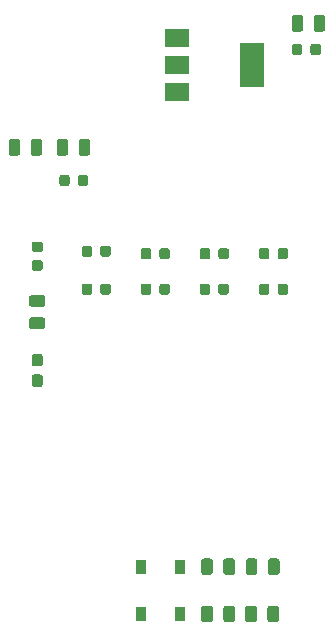
<source format=gbr>
G04 #@! TF.GenerationSoftware,KiCad,Pcbnew,(5.1.5-0-10_14)*
G04 #@! TF.CreationDate,2020-09-28T20:16:59+02:00*
G04 #@! TF.ProjectId,max_power,6d61785f-706f-4776-9572-2e6b69636164,rev?*
G04 #@! TF.SameCoordinates,Original*
G04 #@! TF.FileFunction,Paste,Top*
G04 #@! TF.FilePolarity,Positive*
%FSLAX46Y46*%
G04 Gerber Fmt 4.6, Leading zero omitted, Abs format (unit mm)*
G04 Created by KiCad (PCBNEW (5.1.5-0-10_14)) date 2020-09-28 20:16:59*
%MOMM*%
%LPD*%
G04 APERTURE LIST*
%ADD10C,0.100000*%
%ADD11R,0.900000X1.200000*%
%ADD12R,2.000000X3.800000*%
%ADD13R,2.000000X1.500000*%
G04 APERTURE END LIST*
D10*
G36*
X62642642Y-82801174D02*
G01*
X62666303Y-82804684D01*
X62689507Y-82810496D01*
X62712029Y-82818554D01*
X62733653Y-82828782D01*
X62754170Y-82841079D01*
X62773383Y-82855329D01*
X62791107Y-82871393D01*
X62807171Y-82889117D01*
X62821421Y-82908330D01*
X62833718Y-82928847D01*
X62843946Y-82950471D01*
X62852004Y-82972993D01*
X62857816Y-82996197D01*
X62861326Y-83019858D01*
X62862500Y-83043750D01*
X62862500Y-83956250D01*
X62861326Y-83980142D01*
X62857816Y-84003803D01*
X62852004Y-84027007D01*
X62843946Y-84049529D01*
X62833718Y-84071153D01*
X62821421Y-84091670D01*
X62807171Y-84110883D01*
X62791107Y-84128607D01*
X62773383Y-84144671D01*
X62754170Y-84158921D01*
X62733653Y-84171218D01*
X62712029Y-84181446D01*
X62689507Y-84189504D01*
X62666303Y-84195316D01*
X62642642Y-84198826D01*
X62618750Y-84200000D01*
X62131250Y-84200000D01*
X62107358Y-84198826D01*
X62083697Y-84195316D01*
X62060493Y-84189504D01*
X62037971Y-84181446D01*
X62016347Y-84171218D01*
X61995830Y-84158921D01*
X61976617Y-84144671D01*
X61958893Y-84128607D01*
X61942829Y-84110883D01*
X61928579Y-84091670D01*
X61916282Y-84071153D01*
X61906054Y-84049529D01*
X61897996Y-84027007D01*
X61892184Y-84003803D01*
X61888674Y-83980142D01*
X61887500Y-83956250D01*
X61887500Y-83043750D01*
X61888674Y-83019858D01*
X61892184Y-82996197D01*
X61897996Y-82972993D01*
X61906054Y-82950471D01*
X61916282Y-82928847D01*
X61928579Y-82908330D01*
X61942829Y-82889117D01*
X61958893Y-82871393D01*
X61976617Y-82855329D01*
X61995830Y-82841079D01*
X62016347Y-82828782D01*
X62037971Y-82818554D01*
X62060493Y-82810496D01*
X62083697Y-82804684D01*
X62107358Y-82801174D01*
X62131250Y-82800000D01*
X62618750Y-82800000D01*
X62642642Y-82801174D01*
G37*
G36*
X64517642Y-82801174D02*
G01*
X64541303Y-82804684D01*
X64564507Y-82810496D01*
X64587029Y-82818554D01*
X64608653Y-82828782D01*
X64629170Y-82841079D01*
X64648383Y-82855329D01*
X64666107Y-82871393D01*
X64682171Y-82889117D01*
X64696421Y-82908330D01*
X64708718Y-82928847D01*
X64718946Y-82950471D01*
X64727004Y-82972993D01*
X64732816Y-82996197D01*
X64736326Y-83019858D01*
X64737500Y-83043750D01*
X64737500Y-83956250D01*
X64736326Y-83980142D01*
X64732816Y-84003803D01*
X64727004Y-84027007D01*
X64718946Y-84049529D01*
X64708718Y-84071153D01*
X64696421Y-84091670D01*
X64682171Y-84110883D01*
X64666107Y-84128607D01*
X64648383Y-84144671D01*
X64629170Y-84158921D01*
X64608653Y-84171218D01*
X64587029Y-84181446D01*
X64564507Y-84189504D01*
X64541303Y-84195316D01*
X64517642Y-84198826D01*
X64493750Y-84200000D01*
X64006250Y-84200000D01*
X63982358Y-84198826D01*
X63958697Y-84195316D01*
X63935493Y-84189504D01*
X63912971Y-84181446D01*
X63891347Y-84171218D01*
X63870830Y-84158921D01*
X63851617Y-84144671D01*
X63833893Y-84128607D01*
X63817829Y-84110883D01*
X63803579Y-84091670D01*
X63791282Y-84071153D01*
X63781054Y-84049529D01*
X63772996Y-84027007D01*
X63767184Y-84003803D01*
X63763674Y-83980142D01*
X63762500Y-83956250D01*
X63762500Y-83043750D01*
X63763674Y-83019858D01*
X63767184Y-82996197D01*
X63772996Y-82972993D01*
X63781054Y-82950471D01*
X63791282Y-82928847D01*
X63803579Y-82908330D01*
X63817829Y-82889117D01*
X63833893Y-82871393D01*
X63851617Y-82855329D01*
X63870830Y-82841079D01*
X63891347Y-82828782D01*
X63912971Y-82818554D01*
X63935493Y-82810496D01*
X63958697Y-82804684D01*
X63982358Y-82801174D01*
X64006250Y-82800000D01*
X64493750Y-82800000D01*
X64517642Y-82801174D01*
G37*
G36*
X62642642Y-86801174D02*
G01*
X62666303Y-86804684D01*
X62689507Y-86810496D01*
X62712029Y-86818554D01*
X62733653Y-86828782D01*
X62754170Y-86841079D01*
X62773383Y-86855329D01*
X62791107Y-86871393D01*
X62807171Y-86889117D01*
X62821421Y-86908330D01*
X62833718Y-86928847D01*
X62843946Y-86950471D01*
X62852004Y-86972993D01*
X62857816Y-86996197D01*
X62861326Y-87019858D01*
X62862500Y-87043750D01*
X62862500Y-87956250D01*
X62861326Y-87980142D01*
X62857816Y-88003803D01*
X62852004Y-88027007D01*
X62843946Y-88049529D01*
X62833718Y-88071153D01*
X62821421Y-88091670D01*
X62807171Y-88110883D01*
X62791107Y-88128607D01*
X62773383Y-88144671D01*
X62754170Y-88158921D01*
X62733653Y-88171218D01*
X62712029Y-88181446D01*
X62689507Y-88189504D01*
X62666303Y-88195316D01*
X62642642Y-88198826D01*
X62618750Y-88200000D01*
X62131250Y-88200000D01*
X62107358Y-88198826D01*
X62083697Y-88195316D01*
X62060493Y-88189504D01*
X62037971Y-88181446D01*
X62016347Y-88171218D01*
X61995830Y-88158921D01*
X61976617Y-88144671D01*
X61958893Y-88128607D01*
X61942829Y-88110883D01*
X61928579Y-88091670D01*
X61916282Y-88071153D01*
X61906054Y-88049529D01*
X61897996Y-88027007D01*
X61892184Y-88003803D01*
X61888674Y-87980142D01*
X61887500Y-87956250D01*
X61887500Y-87043750D01*
X61888674Y-87019858D01*
X61892184Y-86996197D01*
X61897996Y-86972993D01*
X61906054Y-86950471D01*
X61916282Y-86928847D01*
X61928579Y-86908330D01*
X61942829Y-86889117D01*
X61958893Y-86871393D01*
X61976617Y-86855329D01*
X61995830Y-86841079D01*
X62016347Y-86828782D01*
X62037971Y-86818554D01*
X62060493Y-86810496D01*
X62083697Y-86804684D01*
X62107358Y-86801174D01*
X62131250Y-86800000D01*
X62618750Y-86800000D01*
X62642642Y-86801174D01*
G37*
G36*
X64517642Y-86801174D02*
G01*
X64541303Y-86804684D01*
X64564507Y-86810496D01*
X64587029Y-86818554D01*
X64608653Y-86828782D01*
X64629170Y-86841079D01*
X64648383Y-86855329D01*
X64666107Y-86871393D01*
X64682171Y-86889117D01*
X64696421Y-86908330D01*
X64708718Y-86928847D01*
X64718946Y-86950471D01*
X64727004Y-86972993D01*
X64732816Y-86996197D01*
X64736326Y-87019858D01*
X64737500Y-87043750D01*
X64737500Y-87956250D01*
X64736326Y-87980142D01*
X64732816Y-88003803D01*
X64727004Y-88027007D01*
X64718946Y-88049529D01*
X64708718Y-88071153D01*
X64696421Y-88091670D01*
X64682171Y-88110883D01*
X64666107Y-88128607D01*
X64648383Y-88144671D01*
X64629170Y-88158921D01*
X64608653Y-88171218D01*
X64587029Y-88181446D01*
X64564507Y-88189504D01*
X64541303Y-88195316D01*
X64517642Y-88198826D01*
X64493750Y-88200000D01*
X64006250Y-88200000D01*
X63982358Y-88198826D01*
X63958697Y-88195316D01*
X63935493Y-88189504D01*
X63912971Y-88181446D01*
X63891347Y-88171218D01*
X63870830Y-88158921D01*
X63851617Y-88144671D01*
X63833893Y-88128607D01*
X63817829Y-88110883D01*
X63803579Y-88091670D01*
X63791282Y-88071153D01*
X63781054Y-88049529D01*
X63772996Y-88027007D01*
X63767184Y-88003803D01*
X63763674Y-87980142D01*
X63762500Y-87956250D01*
X63762500Y-87043750D01*
X63763674Y-87019858D01*
X63767184Y-86996197D01*
X63772996Y-86972993D01*
X63781054Y-86950471D01*
X63791282Y-86928847D01*
X63803579Y-86908330D01*
X63817829Y-86889117D01*
X63833893Y-86871393D01*
X63851617Y-86855329D01*
X63870830Y-86841079D01*
X63891347Y-86828782D01*
X63912971Y-86818554D01*
X63935493Y-86810496D01*
X63958697Y-86804684D01*
X63982358Y-86801174D01*
X64006250Y-86800000D01*
X64493750Y-86800000D01*
X64517642Y-86801174D01*
G37*
G36*
X66367642Y-86801174D02*
G01*
X66391303Y-86804684D01*
X66414507Y-86810496D01*
X66437029Y-86818554D01*
X66458653Y-86828782D01*
X66479170Y-86841079D01*
X66498383Y-86855329D01*
X66516107Y-86871393D01*
X66532171Y-86889117D01*
X66546421Y-86908330D01*
X66558718Y-86928847D01*
X66568946Y-86950471D01*
X66577004Y-86972993D01*
X66582816Y-86996197D01*
X66586326Y-87019858D01*
X66587500Y-87043750D01*
X66587500Y-87956250D01*
X66586326Y-87980142D01*
X66582816Y-88003803D01*
X66577004Y-88027007D01*
X66568946Y-88049529D01*
X66558718Y-88071153D01*
X66546421Y-88091670D01*
X66532171Y-88110883D01*
X66516107Y-88128607D01*
X66498383Y-88144671D01*
X66479170Y-88158921D01*
X66458653Y-88171218D01*
X66437029Y-88181446D01*
X66414507Y-88189504D01*
X66391303Y-88195316D01*
X66367642Y-88198826D01*
X66343750Y-88200000D01*
X65856250Y-88200000D01*
X65832358Y-88198826D01*
X65808697Y-88195316D01*
X65785493Y-88189504D01*
X65762971Y-88181446D01*
X65741347Y-88171218D01*
X65720830Y-88158921D01*
X65701617Y-88144671D01*
X65683893Y-88128607D01*
X65667829Y-88110883D01*
X65653579Y-88091670D01*
X65641282Y-88071153D01*
X65631054Y-88049529D01*
X65622996Y-88027007D01*
X65617184Y-88003803D01*
X65613674Y-87980142D01*
X65612500Y-87956250D01*
X65612500Y-87043750D01*
X65613674Y-87019858D01*
X65617184Y-86996197D01*
X65622996Y-86972993D01*
X65631054Y-86950471D01*
X65641282Y-86928847D01*
X65653579Y-86908330D01*
X65667829Y-86889117D01*
X65683893Y-86871393D01*
X65701617Y-86855329D01*
X65720830Y-86841079D01*
X65741347Y-86828782D01*
X65762971Y-86818554D01*
X65785493Y-86810496D01*
X65808697Y-86804684D01*
X65832358Y-86801174D01*
X65856250Y-86800000D01*
X66343750Y-86800000D01*
X66367642Y-86801174D01*
G37*
G36*
X68242642Y-86801174D02*
G01*
X68266303Y-86804684D01*
X68289507Y-86810496D01*
X68312029Y-86818554D01*
X68333653Y-86828782D01*
X68354170Y-86841079D01*
X68373383Y-86855329D01*
X68391107Y-86871393D01*
X68407171Y-86889117D01*
X68421421Y-86908330D01*
X68433718Y-86928847D01*
X68443946Y-86950471D01*
X68452004Y-86972993D01*
X68457816Y-86996197D01*
X68461326Y-87019858D01*
X68462500Y-87043750D01*
X68462500Y-87956250D01*
X68461326Y-87980142D01*
X68457816Y-88003803D01*
X68452004Y-88027007D01*
X68443946Y-88049529D01*
X68433718Y-88071153D01*
X68421421Y-88091670D01*
X68407171Y-88110883D01*
X68391107Y-88128607D01*
X68373383Y-88144671D01*
X68354170Y-88158921D01*
X68333653Y-88171218D01*
X68312029Y-88181446D01*
X68289507Y-88189504D01*
X68266303Y-88195316D01*
X68242642Y-88198826D01*
X68218750Y-88200000D01*
X67731250Y-88200000D01*
X67707358Y-88198826D01*
X67683697Y-88195316D01*
X67660493Y-88189504D01*
X67637971Y-88181446D01*
X67616347Y-88171218D01*
X67595830Y-88158921D01*
X67576617Y-88144671D01*
X67558893Y-88128607D01*
X67542829Y-88110883D01*
X67528579Y-88091670D01*
X67516282Y-88071153D01*
X67506054Y-88049529D01*
X67497996Y-88027007D01*
X67492184Y-88003803D01*
X67488674Y-87980142D01*
X67487500Y-87956250D01*
X67487500Y-87043750D01*
X67488674Y-87019858D01*
X67492184Y-86996197D01*
X67497996Y-86972993D01*
X67506054Y-86950471D01*
X67516282Y-86928847D01*
X67528579Y-86908330D01*
X67542829Y-86889117D01*
X67558893Y-86871393D01*
X67576617Y-86855329D01*
X67595830Y-86841079D01*
X67616347Y-86828782D01*
X67637971Y-86818554D01*
X67660493Y-86810496D01*
X67683697Y-86804684D01*
X67707358Y-86801174D01*
X67731250Y-86800000D01*
X68218750Y-86800000D01*
X68242642Y-86801174D01*
G37*
G36*
X68305142Y-82801174D02*
G01*
X68328803Y-82804684D01*
X68352007Y-82810496D01*
X68374529Y-82818554D01*
X68396153Y-82828782D01*
X68416670Y-82841079D01*
X68435883Y-82855329D01*
X68453607Y-82871393D01*
X68469671Y-82889117D01*
X68483921Y-82908330D01*
X68496218Y-82928847D01*
X68506446Y-82950471D01*
X68514504Y-82972993D01*
X68520316Y-82996197D01*
X68523826Y-83019858D01*
X68525000Y-83043750D01*
X68525000Y-83956250D01*
X68523826Y-83980142D01*
X68520316Y-84003803D01*
X68514504Y-84027007D01*
X68506446Y-84049529D01*
X68496218Y-84071153D01*
X68483921Y-84091670D01*
X68469671Y-84110883D01*
X68453607Y-84128607D01*
X68435883Y-84144671D01*
X68416670Y-84158921D01*
X68396153Y-84171218D01*
X68374529Y-84181446D01*
X68352007Y-84189504D01*
X68328803Y-84195316D01*
X68305142Y-84198826D01*
X68281250Y-84200000D01*
X67793750Y-84200000D01*
X67769858Y-84198826D01*
X67746197Y-84195316D01*
X67722993Y-84189504D01*
X67700471Y-84181446D01*
X67678847Y-84171218D01*
X67658330Y-84158921D01*
X67639117Y-84144671D01*
X67621393Y-84128607D01*
X67605329Y-84110883D01*
X67591079Y-84091670D01*
X67578782Y-84071153D01*
X67568554Y-84049529D01*
X67560496Y-84027007D01*
X67554684Y-84003803D01*
X67551174Y-83980142D01*
X67550000Y-83956250D01*
X67550000Y-83043750D01*
X67551174Y-83019858D01*
X67554684Y-82996197D01*
X67560496Y-82972993D01*
X67568554Y-82950471D01*
X67578782Y-82928847D01*
X67591079Y-82908330D01*
X67605329Y-82889117D01*
X67621393Y-82871393D01*
X67639117Y-82855329D01*
X67658330Y-82841079D01*
X67678847Y-82828782D01*
X67700471Y-82818554D01*
X67722993Y-82810496D01*
X67746197Y-82804684D01*
X67769858Y-82801174D01*
X67793750Y-82800000D01*
X68281250Y-82800000D01*
X68305142Y-82801174D01*
G37*
G36*
X66430142Y-82801174D02*
G01*
X66453803Y-82804684D01*
X66477007Y-82810496D01*
X66499529Y-82818554D01*
X66521153Y-82828782D01*
X66541670Y-82841079D01*
X66560883Y-82855329D01*
X66578607Y-82871393D01*
X66594671Y-82889117D01*
X66608921Y-82908330D01*
X66621218Y-82928847D01*
X66631446Y-82950471D01*
X66639504Y-82972993D01*
X66645316Y-82996197D01*
X66648826Y-83019858D01*
X66650000Y-83043750D01*
X66650000Y-83956250D01*
X66648826Y-83980142D01*
X66645316Y-84003803D01*
X66639504Y-84027007D01*
X66631446Y-84049529D01*
X66621218Y-84071153D01*
X66608921Y-84091670D01*
X66594671Y-84110883D01*
X66578607Y-84128607D01*
X66560883Y-84144671D01*
X66541670Y-84158921D01*
X66521153Y-84171218D01*
X66499529Y-84181446D01*
X66477007Y-84189504D01*
X66453803Y-84195316D01*
X66430142Y-84198826D01*
X66406250Y-84200000D01*
X65918750Y-84200000D01*
X65894858Y-84198826D01*
X65871197Y-84195316D01*
X65847993Y-84189504D01*
X65825471Y-84181446D01*
X65803847Y-84171218D01*
X65783330Y-84158921D01*
X65764117Y-84144671D01*
X65746393Y-84128607D01*
X65730329Y-84110883D01*
X65716079Y-84091670D01*
X65703782Y-84071153D01*
X65693554Y-84049529D01*
X65685496Y-84027007D01*
X65679684Y-84003803D01*
X65676174Y-83980142D01*
X65675000Y-83956250D01*
X65675000Y-83043750D01*
X65676174Y-83019858D01*
X65679684Y-82996197D01*
X65685496Y-82972993D01*
X65693554Y-82950471D01*
X65703782Y-82928847D01*
X65716079Y-82908330D01*
X65730329Y-82889117D01*
X65746393Y-82871393D01*
X65764117Y-82855329D01*
X65783330Y-82841079D01*
X65803847Y-82828782D01*
X65825471Y-82818554D01*
X65847993Y-82810496D01*
X65871197Y-82804684D01*
X65894858Y-82801174D01*
X65918750Y-82800000D01*
X66406250Y-82800000D01*
X66430142Y-82801174D01*
G37*
G36*
X48480142Y-60513674D02*
G01*
X48503803Y-60517184D01*
X48527007Y-60522996D01*
X48549529Y-60531054D01*
X48571153Y-60541282D01*
X48591670Y-60553579D01*
X48610883Y-60567829D01*
X48628607Y-60583893D01*
X48644671Y-60601617D01*
X48658921Y-60620830D01*
X48671218Y-60641347D01*
X48681446Y-60662971D01*
X48689504Y-60685493D01*
X48695316Y-60708697D01*
X48698826Y-60732358D01*
X48700000Y-60756250D01*
X48700000Y-61243750D01*
X48698826Y-61267642D01*
X48695316Y-61291303D01*
X48689504Y-61314507D01*
X48681446Y-61337029D01*
X48671218Y-61358653D01*
X48658921Y-61379170D01*
X48644671Y-61398383D01*
X48628607Y-61416107D01*
X48610883Y-61432171D01*
X48591670Y-61446421D01*
X48571153Y-61458718D01*
X48549529Y-61468946D01*
X48527007Y-61477004D01*
X48503803Y-61482816D01*
X48480142Y-61486326D01*
X48456250Y-61487500D01*
X47543750Y-61487500D01*
X47519858Y-61486326D01*
X47496197Y-61482816D01*
X47472993Y-61477004D01*
X47450471Y-61468946D01*
X47428847Y-61458718D01*
X47408330Y-61446421D01*
X47389117Y-61432171D01*
X47371393Y-61416107D01*
X47355329Y-61398383D01*
X47341079Y-61379170D01*
X47328782Y-61358653D01*
X47318554Y-61337029D01*
X47310496Y-61314507D01*
X47304684Y-61291303D01*
X47301174Y-61267642D01*
X47300000Y-61243750D01*
X47300000Y-60756250D01*
X47301174Y-60732358D01*
X47304684Y-60708697D01*
X47310496Y-60685493D01*
X47318554Y-60662971D01*
X47328782Y-60641347D01*
X47341079Y-60620830D01*
X47355329Y-60601617D01*
X47371393Y-60583893D01*
X47389117Y-60567829D01*
X47408330Y-60553579D01*
X47428847Y-60541282D01*
X47450471Y-60531054D01*
X47472993Y-60522996D01*
X47496197Y-60517184D01*
X47519858Y-60513674D01*
X47543750Y-60512500D01*
X48456250Y-60512500D01*
X48480142Y-60513674D01*
G37*
G36*
X48480142Y-62388674D02*
G01*
X48503803Y-62392184D01*
X48527007Y-62397996D01*
X48549529Y-62406054D01*
X48571153Y-62416282D01*
X48591670Y-62428579D01*
X48610883Y-62442829D01*
X48628607Y-62458893D01*
X48644671Y-62476617D01*
X48658921Y-62495830D01*
X48671218Y-62516347D01*
X48681446Y-62537971D01*
X48689504Y-62560493D01*
X48695316Y-62583697D01*
X48698826Y-62607358D01*
X48700000Y-62631250D01*
X48700000Y-63118750D01*
X48698826Y-63142642D01*
X48695316Y-63166303D01*
X48689504Y-63189507D01*
X48681446Y-63212029D01*
X48671218Y-63233653D01*
X48658921Y-63254170D01*
X48644671Y-63273383D01*
X48628607Y-63291107D01*
X48610883Y-63307171D01*
X48591670Y-63321421D01*
X48571153Y-63333718D01*
X48549529Y-63343946D01*
X48527007Y-63352004D01*
X48503803Y-63357816D01*
X48480142Y-63361326D01*
X48456250Y-63362500D01*
X47543750Y-63362500D01*
X47519858Y-63361326D01*
X47496197Y-63357816D01*
X47472993Y-63352004D01*
X47450471Y-63343946D01*
X47428847Y-63333718D01*
X47408330Y-63321421D01*
X47389117Y-63307171D01*
X47371393Y-63291107D01*
X47355329Y-63273383D01*
X47341079Y-63254170D01*
X47328782Y-63233653D01*
X47318554Y-63212029D01*
X47310496Y-63189507D01*
X47304684Y-63166303D01*
X47301174Y-63142642D01*
X47300000Y-63118750D01*
X47300000Y-62631250D01*
X47301174Y-62607358D01*
X47304684Y-62583697D01*
X47310496Y-62560493D01*
X47318554Y-62537971D01*
X47328782Y-62516347D01*
X47341079Y-62495830D01*
X47355329Y-62476617D01*
X47371393Y-62458893D01*
X47389117Y-62442829D01*
X47408330Y-62428579D01*
X47428847Y-62416282D01*
X47450471Y-62406054D01*
X47472993Y-62397996D01*
X47496197Y-62392184D01*
X47519858Y-62388674D01*
X47543750Y-62387500D01*
X48456250Y-62387500D01*
X48480142Y-62388674D01*
G37*
G36*
X48205142Y-47301174D02*
G01*
X48228803Y-47304684D01*
X48252007Y-47310496D01*
X48274529Y-47318554D01*
X48296153Y-47328782D01*
X48316670Y-47341079D01*
X48335883Y-47355329D01*
X48353607Y-47371393D01*
X48369671Y-47389117D01*
X48383921Y-47408330D01*
X48396218Y-47428847D01*
X48406446Y-47450471D01*
X48414504Y-47472993D01*
X48420316Y-47496197D01*
X48423826Y-47519858D01*
X48425000Y-47543750D01*
X48425000Y-48456250D01*
X48423826Y-48480142D01*
X48420316Y-48503803D01*
X48414504Y-48527007D01*
X48406446Y-48549529D01*
X48396218Y-48571153D01*
X48383921Y-48591670D01*
X48369671Y-48610883D01*
X48353607Y-48628607D01*
X48335883Y-48644671D01*
X48316670Y-48658921D01*
X48296153Y-48671218D01*
X48274529Y-48681446D01*
X48252007Y-48689504D01*
X48228803Y-48695316D01*
X48205142Y-48698826D01*
X48181250Y-48700000D01*
X47693750Y-48700000D01*
X47669858Y-48698826D01*
X47646197Y-48695316D01*
X47622993Y-48689504D01*
X47600471Y-48681446D01*
X47578847Y-48671218D01*
X47558330Y-48658921D01*
X47539117Y-48644671D01*
X47521393Y-48628607D01*
X47505329Y-48610883D01*
X47491079Y-48591670D01*
X47478782Y-48571153D01*
X47468554Y-48549529D01*
X47460496Y-48527007D01*
X47454684Y-48503803D01*
X47451174Y-48480142D01*
X47450000Y-48456250D01*
X47450000Y-47543750D01*
X47451174Y-47519858D01*
X47454684Y-47496197D01*
X47460496Y-47472993D01*
X47468554Y-47450471D01*
X47478782Y-47428847D01*
X47491079Y-47408330D01*
X47505329Y-47389117D01*
X47521393Y-47371393D01*
X47539117Y-47355329D01*
X47558330Y-47341079D01*
X47578847Y-47328782D01*
X47600471Y-47318554D01*
X47622993Y-47310496D01*
X47646197Y-47304684D01*
X47669858Y-47301174D01*
X47693750Y-47300000D01*
X48181250Y-47300000D01*
X48205142Y-47301174D01*
G37*
G36*
X46330142Y-47301174D02*
G01*
X46353803Y-47304684D01*
X46377007Y-47310496D01*
X46399529Y-47318554D01*
X46421153Y-47328782D01*
X46441670Y-47341079D01*
X46460883Y-47355329D01*
X46478607Y-47371393D01*
X46494671Y-47389117D01*
X46508921Y-47408330D01*
X46521218Y-47428847D01*
X46531446Y-47450471D01*
X46539504Y-47472993D01*
X46545316Y-47496197D01*
X46548826Y-47519858D01*
X46550000Y-47543750D01*
X46550000Y-48456250D01*
X46548826Y-48480142D01*
X46545316Y-48503803D01*
X46539504Y-48527007D01*
X46531446Y-48549529D01*
X46521218Y-48571153D01*
X46508921Y-48591670D01*
X46494671Y-48610883D01*
X46478607Y-48628607D01*
X46460883Y-48644671D01*
X46441670Y-48658921D01*
X46421153Y-48671218D01*
X46399529Y-48681446D01*
X46377007Y-48689504D01*
X46353803Y-48695316D01*
X46330142Y-48698826D01*
X46306250Y-48700000D01*
X45818750Y-48700000D01*
X45794858Y-48698826D01*
X45771197Y-48695316D01*
X45747993Y-48689504D01*
X45725471Y-48681446D01*
X45703847Y-48671218D01*
X45683330Y-48658921D01*
X45664117Y-48644671D01*
X45646393Y-48628607D01*
X45630329Y-48610883D01*
X45616079Y-48591670D01*
X45603782Y-48571153D01*
X45593554Y-48549529D01*
X45585496Y-48527007D01*
X45579684Y-48503803D01*
X45576174Y-48480142D01*
X45575000Y-48456250D01*
X45575000Y-47543750D01*
X45576174Y-47519858D01*
X45579684Y-47496197D01*
X45585496Y-47472993D01*
X45593554Y-47450471D01*
X45603782Y-47428847D01*
X45616079Y-47408330D01*
X45630329Y-47389117D01*
X45646393Y-47371393D01*
X45664117Y-47355329D01*
X45683330Y-47341079D01*
X45703847Y-47328782D01*
X45725471Y-47318554D01*
X45747993Y-47310496D01*
X45771197Y-47304684D01*
X45794858Y-47301174D01*
X45818750Y-47300000D01*
X46306250Y-47300000D01*
X46330142Y-47301174D01*
G37*
G36*
X52127691Y-50326053D02*
G01*
X52148926Y-50329203D01*
X52169750Y-50334419D01*
X52189962Y-50341651D01*
X52209368Y-50350830D01*
X52227781Y-50361866D01*
X52245024Y-50374654D01*
X52260930Y-50389070D01*
X52275346Y-50404976D01*
X52288134Y-50422219D01*
X52299170Y-50440632D01*
X52308349Y-50460038D01*
X52315581Y-50480250D01*
X52320797Y-50501074D01*
X52323947Y-50522309D01*
X52325000Y-50543750D01*
X52325000Y-51056250D01*
X52323947Y-51077691D01*
X52320797Y-51098926D01*
X52315581Y-51119750D01*
X52308349Y-51139962D01*
X52299170Y-51159368D01*
X52288134Y-51177781D01*
X52275346Y-51195024D01*
X52260930Y-51210930D01*
X52245024Y-51225346D01*
X52227781Y-51238134D01*
X52209368Y-51249170D01*
X52189962Y-51258349D01*
X52169750Y-51265581D01*
X52148926Y-51270797D01*
X52127691Y-51273947D01*
X52106250Y-51275000D01*
X51668750Y-51275000D01*
X51647309Y-51273947D01*
X51626074Y-51270797D01*
X51605250Y-51265581D01*
X51585038Y-51258349D01*
X51565632Y-51249170D01*
X51547219Y-51238134D01*
X51529976Y-51225346D01*
X51514070Y-51210930D01*
X51499654Y-51195024D01*
X51486866Y-51177781D01*
X51475830Y-51159368D01*
X51466651Y-51139962D01*
X51459419Y-51119750D01*
X51454203Y-51098926D01*
X51451053Y-51077691D01*
X51450000Y-51056250D01*
X51450000Y-50543750D01*
X51451053Y-50522309D01*
X51454203Y-50501074D01*
X51459419Y-50480250D01*
X51466651Y-50460038D01*
X51475830Y-50440632D01*
X51486866Y-50422219D01*
X51499654Y-50404976D01*
X51514070Y-50389070D01*
X51529976Y-50374654D01*
X51547219Y-50361866D01*
X51565632Y-50350830D01*
X51585038Y-50341651D01*
X51605250Y-50334419D01*
X51626074Y-50329203D01*
X51647309Y-50326053D01*
X51668750Y-50325000D01*
X52106250Y-50325000D01*
X52127691Y-50326053D01*
G37*
G36*
X50552691Y-50326053D02*
G01*
X50573926Y-50329203D01*
X50594750Y-50334419D01*
X50614962Y-50341651D01*
X50634368Y-50350830D01*
X50652781Y-50361866D01*
X50670024Y-50374654D01*
X50685930Y-50389070D01*
X50700346Y-50404976D01*
X50713134Y-50422219D01*
X50724170Y-50440632D01*
X50733349Y-50460038D01*
X50740581Y-50480250D01*
X50745797Y-50501074D01*
X50748947Y-50522309D01*
X50750000Y-50543750D01*
X50750000Y-51056250D01*
X50748947Y-51077691D01*
X50745797Y-51098926D01*
X50740581Y-51119750D01*
X50733349Y-51139962D01*
X50724170Y-51159368D01*
X50713134Y-51177781D01*
X50700346Y-51195024D01*
X50685930Y-51210930D01*
X50670024Y-51225346D01*
X50652781Y-51238134D01*
X50634368Y-51249170D01*
X50614962Y-51258349D01*
X50594750Y-51265581D01*
X50573926Y-51270797D01*
X50552691Y-51273947D01*
X50531250Y-51275000D01*
X50093750Y-51275000D01*
X50072309Y-51273947D01*
X50051074Y-51270797D01*
X50030250Y-51265581D01*
X50010038Y-51258349D01*
X49990632Y-51249170D01*
X49972219Y-51238134D01*
X49954976Y-51225346D01*
X49939070Y-51210930D01*
X49924654Y-51195024D01*
X49911866Y-51177781D01*
X49900830Y-51159368D01*
X49891651Y-51139962D01*
X49884419Y-51119750D01*
X49879203Y-51098926D01*
X49876053Y-51077691D01*
X49875000Y-51056250D01*
X49875000Y-50543750D01*
X49876053Y-50522309D01*
X49879203Y-50501074D01*
X49884419Y-50480250D01*
X49891651Y-50460038D01*
X49900830Y-50440632D01*
X49911866Y-50422219D01*
X49924654Y-50404976D01*
X49939070Y-50389070D01*
X49954976Y-50374654D01*
X49972219Y-50361866D01*
X49990632Y-50350830D01*
X50010038Y-50341651D01*
X50030250Y-50334419D01*
X50051074Y-50329203D01*
X50072309Y-50326053D01*
X50093750Y-50325000D01*
X50531250Y-50325000D01*
X50552691Y-50326053D01*
G37*
G36*
X50392642Y-47301174D02*
G01*
X50416303Y-47304684D01*
X50439507Y-47310496D01*
X50462029Y-47318554D01*
X50483653Y-47328782D01*
X50504170Y-47341079D01*
X50523383Y-47355329D01*
X50541107Y-47371393D01*
X50557171Y-47389117D01*
X50571421Y-47408330D01*
X50583718Y-47428847D01*
X50593946Y-47450471D01*
X50602004Y-47472993D01*
X50607816Y-47496197D01*
X50611326Y-47519858D01*
X50612500Y-47543750D01*
X50612500Y-48456250D01*
X50611326Y-48480142D01*
X50607816Y-48503803D01*
X50602004Y-48527007D01*
X50593946Y-48549529D01*
X50583718Y-48571153D01*
X50571421Y-48591670D01*
X50557171Y-48610883D01*
X50541107Y-48628607D01*
X50523383Y-48644671D01*
X50504170Y-48658921D01*
X50483653Y-48671218D01*
X50462029Y-48681446D01*
X50439507Y-48689504D01*
X50416303Y-48695316D01*
X50392642Y-48698826D01*
X50368750Y-48700000D01*
X49881250Y-48700000D01*
X49857358Y-48698826D01*
X49833697Y-48695316D01*
X49810493Y-48689504D01*
X49787971Y-48681446D01*
X49766347Y-48671218D01*
X49745830Y-48658921D01*
X49726617Y-48644671D01*
X49708893Y-48628607D01*
X49692829Y-48610883D01*
X49678579Y-48591670D01*
X49666282Y-48571153D01*
X49656054Y-48549529D01*
X49647996Y-48527007D01*
X49642184Y-48503803D01*
X49638674Y-48480142D01*
X49637500Y-48456250D01*
X49637500Y-47543750D01*
X49638674Y-47519858D01*
X49642184Y-47496197D01*
X49647996Y-47472993D01*
X49656054Y-47450471D01*
X49666282Y-47428847D01*
X49678579Y-47408330D01*
X49692829Y-47389117D01*
X49708893Y-47371393D01*
X49726617Y-47355329D01*
X49745830Y-47341079D01*
X49766347Y-47328782D01*
X49787971Y-47318554D01*
X49810493Y-47310496D01*
X49833697Y-47304684D01*
X49857358Y-47301174D01*
X49881250Y-47300000D01*
X50368750Y-47300000D01*
X50392642Y-47301174D01*
G37*
G36*
X52267642Y-47301174D02*
G01*
X52291303Y-47304684D01*
X52314507Y-47310496D01*
X52337029Y-47318554D01*
X52358653Y-47328782D01*
X52379170Y-47341079D01*
X52398383Y-47355329D01*
X52416107Y-47371393D01*
X52432171Y-47389117D01*
X52446421Y-47408330D01*
X52458718Y-47428847D01*
X52468946Y-47450471D01*
X52477004Y-47472993D01*
X52482816Y-47496197D01*
X52486326Y-47519858D01*
X52487500Y-47543750D01*
X52487500Y-48456250D01*
X52486326Y-48480142D01*
X52482816Y-48503803D01*
X52477004Y-48527007D01*
X52468946Y-48549529D01*
X52458718Y-48571153D01*
X52446421Y-48591670D01*
X52432171Y-48610883D01*
X52416107Y-48628607D01*
X52398383Y-48644671D01*
X52379170Y-48658921D01*
X52358653Y-48671218D01*
X52337029Y-48681446D01*
X52314507Y-48689504D01*
X52291303Y-48695316D01*
X52267642Y-48698826D01*
X52243750Y-48700000D01*
X51756250Y-48700000D01*
X51732358Y-48698826D01*
X51708697Y-48695316D01*
X51685493Y-48689504D01*
X51662971Y-48681446D01*
X51641347Y-48671218D01*
X51620830Y-48658921D01*
X51601617Y-48644671D01*
X51583893Y-48628607D01*
X51567829Y-48610883D01*
X51553579Y-48591670D01*
X51541282Y-48571153D01*
X51531054Y-48549529D01*
X51522996Y-48527007D01*
X51517184Y-48503803D01*
X51513674Y-48480142D01*
X51512500Y-48456250D01*
X51512500Y-47543750D01*
X51513674Y-47519858D01*
X51517184Y-47496197D01*
X51522996Y-47472993D01*
X51531054Y-47450471D01*
X51541282Y-47428847D01*
X51553579Y-47408330D01*
X51567829Y-47389117D01*
X51583893Y-47371393D01*
X51601617Y-47355329D01*
X51620830Y-47341079D01*
X51641347Y-47328782D01*
X51662971Y-47318554D01*
X51685493Y-47310496D01*
X51708697Y-47304684D01*
X51732358Y-47301174D01*
X51756250Y-47300000D01*
X52243750Y-47300000D01*
X52267642Y-47301174D01*
G37*
G36*
X71815191Y-39226053D02*
G01*
X71836426Y-39229203D01*
X71857250Y-39234419D01*
X71877462Y-39241651D01*
X71896868Y-39250830D01*
X71915281Y-39261866D01*
X71932524Y-39274654D01*
X71948430Y-39289070D01*
X71962846Y-39304976D01*
X71975634Y-39322219D01*
X71986670Y-39340632D01*
X71995849Y-39360038D01*
X72003081Y-39380250D01*
X72008297Y-39401074D01*
X72011447Y-39422309D01*
X72012500Y-39443750D01*
X72012500Y-39956250D01*
X72011447Y-39977691D01*
X72008297Y-39998926D01*
X72003081Y-40019750D01*
X71995849Y-40039962D01*
X71986670Y-40059368D01*
X71975634Y-40077781D01*
X71962846Y-40095024D01*
X71948430Y-40110930D01*
X71932524Y-40125346D01*
X71915281Y-40138134D01*
X71896868Y-40149170D01*
X71877462Y-40158349D01*
X71857250Y-40165581D01*
X71836426Y-40170797D01*
X71815191Y-40173947D01*
X71793750Y-40175000D01*
X71356250Y-40175000D01*
X71334809Y-40173947D01*
X71313574Y-40170797D01*
X71292750Y-40165581D01*
X71272538Y-40158349D01*
X71253132Y-40149170D01*
X71234719Y-40138134D01*
X71217476Y-40125346D01*
X71201570Y-40110930D01*
X71187154Y-40095024D01*
X71174366Y-40077781D01*
X71163330Y-40059368D01*
X71154151Y-40039962D01*
X71146919Y-40019750D01*
X71141703Y-39998926D01*
X71138553Y-39977691D01*
X71137500Y-39956250D01*
X71137500Y-39443750D01*
X71138553Y-39422309D01*
X71141703Y-39401074D01*
X71146919Y-39380250D01*
X71154151Y-39360038D01*
X71163330Y-39340632D01*
X71174366Y-39322219D01*
X71187154Y-39304976D01*
X71201570Y-39289070D01*
X71217476Y-39274654D01*
X71234719Y-39261866D01*
X71253132Y-39250830D01*
X71272538Y-39241651D01*
X71292750Y-39234419D01*
X71313574Y-39229203D01*
X71334809Y-39226053D01*
X71356250Y-39225000D01*
X71793750Y-39225000D01*
X71815191Y-39226053D01*
G37*
G36*
X70240191Y-39226053D02*
G01*
X70261426Y-39229203D01*
X70282250Y-39234419D01*
X70302462Y-39241651D01*
X70321868Y-39250830D01*
X70340281Y-39261866D01*
X70357524Y-39274654D01*
X70373430Y-39289070D01*
X70387846Y-39304976D01*
X70400634Y-39322219D01*
X70411670Y-39340632D01*
X70420849Y-39360038D01*
X70428081Y-39380250D01*
X70433297Y-39401074D01*
X70436447Y-39422309D01*
X70437500Y-39443750D01*
X70437500Y-39956250D01*
X70436447Y-39977691D01*
X70433297Y-39998926D01*
X70428081Y-40019750D01*
X70420849Y-40039962D01*
X70411670Y-40059368D01*
X70400634Y-40077781D01*
X70387846Y-40095024D01*
X70373430Y-40110930D01*
X70357524Y-40125346D01*
X70340281Y-40138134D01*
X70321868Y-40149170D01*
X70302462Y-40158349D01*
X70282250Y-40165581D01*
X70261426Y-40170797D01*
X70240191Y-40173947D01*
X70218750Y-40175000D01*
X69781250Y-40175000D01*
X69759809Y-40173947D01*
X69738574Y-40170797D01*
X69717750Y-40165581D01*
X69697538Y-40158349D01*
X69678132Y-40149170D01*
X69659719Y-40138134D01*
X69642476Y-40125346D01*
X69626570Y-40110930D01*
X69612154Y-40095024D01*
X69599366Y-40077781D01*
X69588330Y-40059368D01*
X69579151Y-40039962D01*
X69571919Y-40019750D01*
X69566703Y-39998926D01*
X69563553Y-39977691D01*
X69562500Y-39956250D01*
X69562500Y-39443750D01*
X69563553Y-39422309D01*
X69566703Y-39401074D01*
X69571919Y-39380250D01*
X69579151Y-39360038D01*
X69588330Y-39340632D01*
X69599366Y-39322219D01*
X69612154Y-39304976D01*
X69626570Y-39289070D01*
X69642476Y-39274654D01*
X69659719Y-39261866D01*
X69678132Y-39250830D01*
X69697538Y-39241651D01*
X69717750Y-39234419D01*
X69738574Y-39229203D01*
X69759809Y-39226053D01*
X69781250Y-39225000D01*
X70218750Y-39225000D01*
X70240191Y-39226053D01*
G37*
G36*
X72167642Y-36801174D02*
G01*
X72191303Y-36804684D01*
X72214507Y-36810496D01*
X72237029Y-36818554D01*
X72258653Y-36828782D01*
X72279170Y-36841079D01*
X72298383Y-36855329D01*
X72316107Y-36871393D01*
X72332171Y-36889117D01*
X72346421Y-36908330D01*
X72358718Y-36928847D01*
X72368946Y-36950471D01*
X72377004Y-36972993D01*
X72382816Y-36996197D01*
X72386326Y-37019858D01*
X72387500Y-37043750D01*
X72387500Y-37956250D01*
X72386326Y-37980142D01*
X72382816Y-38003803D01*
X72377004Y-38027007D01*
X72368946Y-38049529D01*
X72358718Y-38071153D01*
X72346421Y-38091670D01*
X72332171Y-38110883D01*
X72316107Y-38128607D01*
X72298383Y-38144671D01*
X72279170Y-38158921D01*
X72258653Y-38171218D01*
X72237029Y-38181446D01*
X72214507Y-38189504D01*
X72191303Y-38195316D01*
X72167642Y-38198826D01*
X72143750Y-38200000D01*
X71656250Y-38200000D01*
X71632358Y-38198826D01*
X71608697Y-38195316D01*
X71585493Y-38189504D01*
X71562971Y-38181446D01*
X71541347Y-38171218D01*
X71520830Y-38158921D01*
X71501617Y-38144671D01*
X71483893Y-38128607D01*
X71467829Y-38110883D01*
X71453579Y-38091670D01*
X71441282Y-38071153D01*
X71431054Y-38049529D01*
X71422996Y-38027007D01*
X71417184Y-38003803D01*
X71413674Y-37980142D01*
X71412500Y-37956250D01*
X71412500Y-37043750D01*
X71413674Y-37019858D01*
X71417184Y-36996197D01*
X71422996Y-36972993D01*
X71431054Y-36950471D01*
X71441282Y-36928847D01*
X71453579Y-36908330D01*
X71467829Y-36889117D01*
X71483893Y-36871393D01*
X71501617Y-36855329D01*
X71520830Y-36841079D01*
X71541347Y-36828782D01*
X71562971Y-36818554D01*
X71585493Y-36810496D01*
X71608697Y-36804684D01*
X71632358Y-36801174D01*
X71656250Y-36800000D01*
X72143750Y-36800000D01*
X72167642Y-36801174D01*
G37*
G36*
X70292642Y-36801174D02*
G01*
X70316303Y-36804684D01*
X70339507Y-36810496D01*
X70362029Y-36818554D01*
X70383653Y-36828782D01*
X70404170Y-36841079D01*
X70423383Y-36855329D01*
X70441107Y-36871393D01*
X70457171Y-36889117D01*
X70471421Y-36908330D01*
X70483718Y-36928847D01*
X70493946Y-36950471D01*
X70502004Y-36972993D01*
X70507816Y-36996197D01*
X70511326Y-37019858D01*
X70512500Y-37043750D01*
X70512500Y-37956250D01*
X70511326Y-37980142D01*
X70507816Y-38003803D01*
X70502004Y-38027007D01*
X70493946Y-38049529D01*
X70483718Y-38071153D01*
X70471421Y-38091670D01*
X70457171Y-38110883D01*
X70441107Y-38128607D01*
X70423383Y-38144671D01*
X70404170Y-38158921D01*
X70383653Y-38171218D01*
X70362029Y-38181446D01*
X70339507Y-38189504D01*
X70316303Y-38195316D01*
X70292642Y-38198826D01*
X70268750Y-38200000D01*
X69781250Y-38200000D01*
X69757358Y-38198826D01*
X69733697Y-38195316D01*
X69710493Y-38189504D01*
X69687971Y-38181446D01*
X69666347Y-38171218D01*
X69645830Y-38158921D01*
X69626617Y-38144671D01*
X69608893Y-38128607D01*
X69592829Y-38110883D01*
X69578579Y-38091670D01*
X69566282Y-38071153D01*
X69556054Y-38049529D01*
X69547996Y-38027007D01*
X69542184Y-38003803D01*
X69538674Y-37980142D01*
X69537500Y-37956250D01*
X69537500Y-37043750D01*
X69538674Y-37019858D01*
X69542184Y-36996197D01*
X69547996Y-36972993D01*
X69556054Y-36950471D01*
X69566282Y-36928847D01*
X69578579Y-36908330D01*
X69592829Y-36889117D01*
X69608893Y-36871393D01*
X69626617Y-36855329D01*
X69645830Y-36841079D01*
X69666347Y-36828782D01*
X69687971Y-36818554D01*
X69710493Y-36810496D01*
X69733697Y-36804684D01*
X69757358Y-36801174D01*
X69781250Y-36800000D01*
X70268750Y-36800000D01*
X70292642Y-36801174D01*
G37*
D11*
X56800000Y-87500000D03*
X60100000Y-87500000D03*
X56800000Y-83500000D03*
X60100000Y-83500000D03*
D10*
G36*
X67452691Y-59526053D02*
G01*
X67473926Y-59529203D01*
X67494750Y-59534419D01*
X67514962Y-59541651D01*
X67534368Y-59550830D01*
X67552781Y-59561866D01*
X67570024Y-59574654D01*
X67585930Y-59589070D01*
X67600346Y-59604976D01*
X67613134Y-59622219D01*
X67624170Y-59640632D01*
X67633349Y-59660038D01*
X67640581Y-59680250D01*
X67645797Y-59701074D01*
X67648947Y-59722309D01*
X67650000Y-59743750D01*
X67650000Y-60256250D01*
X67648947Y-60277691D01*
X67645797Y-60298926D01*
X67640581Y-60319750D01*
X67633349Y-60339962D01*
X67624170Y-60359368D01*
X67613134Y-60377781D01*
X67600346Y-60395024D01*
X67585930Y-60410930D01*
X67570024Y-60425346D01*
X67552781Y-60438134D01*
X67534368Y-60449170D01*
X67514962Y-60458349D01*
X67494750Y-60465581D01*
X67473926Y-60470797D01*
X67452691Y-60473947D01*
X67431250Y-60475000D01*
X66993750Y-60475000D01*
X66972309Y-60473947D01*
X66951074Y-60470797D01*
X66930250Y-60465581D01*
X66910038Y-60458349D01*
X66890632Y-60449170D01*
X66872219Y-60438134D01*
X66854976Y-60425346D01*
X66839070Y-60410930D01*
X66824654Y-60395024D01*
X66811866Y-60377781D01*
X66800830Y-60359368D01*
X66791651Y-60339962D01*
X66784419Y-60319750D01*
X66779203Y-60298926D01*
X66776053Y-60277691D01*
X66775000Y-60256250D01*
X66775000Y-59743750D01*
X66776053Y-59722309D01*
X66779203Y-59701074D01*
X66784419Y-59680250D01*
X66791651Y-59660038D01*
X66800830Y-59640632D01*
X66811866Y-59622219D01*
X66824654Y-59604976D01*
X66839070Y-59589070D01*
X66854976Y-59574654D01*
X66872219Y-59561866D01*
X66890632Y-59550830D01*
X66910038Y-59541651D01*
X66930250Y-59534419D01*
X66951074Y-59529203D01*
X66972309Y-59526053D01*
X66993750Y-59525000D01*
X67431250Y-59525000D01*
X67452691Y-59526053D01*
G37*
G36*
X69027691Y-59526053D02*
G01*
X69048926Y-59529203D01*
X69069750Y-59534419D01*
X69089962Y-59541651D01*
X69109368Y-59550830D01*
X69127781Y-59561866D01*
X69145024Y-59574654D01*
X69160930Y-59589070D01*
X69175346Y-59604976D01*
X69188134Y-59622219D01*
X69199170Y-59640632D01*
X69208349Y-59660038D01*
X69215581Y-59680250D01*
X69220797Y-59701074D01*
X69223947Y-59722309D01*
X69225000Y-59743750D01*
X69225000Y-60256250D01*
X69223947Y-60277691D01*
X69220797Y-60298926D01*
X69215581Y-60319750D01*
X69208349Y-60339962D01*
X69199170Y-60359368D01*
X69188134Y-60377781D01*
X69175346Y-60395024D01*
X69160930Y-60410930D01*
X69145024Y-60425346D01*
X69127781Y-60438134D01*
X69109368Y-60449170D01*
X69089962Y-60458349D01*
X69069750Y-60465581D01*
X69048926Y-60470797D01*
X69027691Y-60473947D01*
X69006250Y-60475000D01*
X68568750Y-60475000D01*
X68547309Y-60473947D01*
X68526074Y-60470797D01*
X68505250Y-60465581D01*
X68485038Y-60458349D01*
X68465632Y-60449170D01*
X68447219Y-60438134D01*
X68429976Y-60425346D01*
X68414070Y-60410930D01*
X68399654Y-60395024D01*
X68386866Y-60377781D01*
X68375830Y-60359368D01*
X68366651Y-60339962D01*
X68359419Y-60319750D01*
X68354203Y-60298926D01*
X68351053Y-60277691D01*
X68350000Y-60256250D01*
X68350000Y-59743750D01*
X68351053Y-59722309D01*
X68354203Y-59701074D01*
X68359419Y-59680250D01*
X68366651Y-59660038D01*
X68375830Y-59640632D01*
X68386866Y-59622219D01*
X68399654Y-59604976D01*
X68414070Y-59589070D01*
X68429976Y-59574654D01*
X68447219Y-59561866D01*
X68465632Y-59550830D01*
X68485038Y-59541651D01*
X68505250Y-59534419D01*
X68526074Y-59529203D01*
X68547309Y-59526053D01*
X68568750Y-59525000D01*
X69006250Y-59525000D01*
X69027691Y-59526053D01*
G37*
G36*
X64015191Y-59526053D02*
G01*
X64036426Y-59529203D01*
X64057250Y-59534419D01*
X64077462Y-59541651D01*
X64096868Y-59550830D01*
X64115281Y-59561866D01*
X64132524Y-59574654D01*
X64148430Y-59589070D01*
X64162846Y-59604976D01*
X64175634Y-59622219D01*
X64186670Y-59640632D01*
X64195849Y-59660038D01*
X64203081Y-59680250D01*
X64208297Y-59701074D01*
X64211447Y-59722309D01*
X64212500Y-59743750D01*
X64212500Y-60256250D01*
X64211447Y-60277691D01*
X64208297Y-60298926D01*
X64203081Y-60319750D01*
X64195849Y-60339962D01*
X64186670Y-60359368D01*
X64175634Y-60377781D01*
X64162846Y-60395024D01*
X64148430Y-60410930D01*
X64132524Y-60425346D01*
X64115281Y-60438134D01*
X64096868Y-60449170D01*
X64077462Y-60458349D01*
X64057250Y-60465581D01*
X64036426Y-60470797D01*
X64015191Y-60473947D01*
X63993750Y-60475000D01*
X63556250Y-60475000D01*
X63534809Y-60473947D01*
X63513574Y-60470797D01*
X63492750Y-60465581D01*
X63472538Y-60458349D01*
X63453132Y-60449170D01*
X63434719Y-60438134D01*
X63417476Y-60425346D01*
X63401570Y-60410930D01*
X63387154Y-60395024D01*
X63374366Y-60377781D01*
X63363330Y-60359368D01*
X63354151Y-60339962D01*
X63346919Y-60319750D01*
X63341703Y-60298926D01*
X63338553Y-60277691D01*
X63337500Y-60256250D01*
X63337500Y-59743750D01*
X63338553Y-59722309D01*
X63341703Y-59701074D01*
X63346919Y-59680250D01*
X63354151Y-59660038D01*
X63363330Y-59640632D01*
X63374366Y-59622219D01*
X63387154Y-59604976D01*
X63401570Y-59589070D01*
X63417476Y-59574654D01*
X63434719Y-59561866D01*
X63453132Y-59550830D01*
X63472538Y-59541651D01*
X63492750Y-59534419D01*
X63513574Y-59529203D01*
X63534809Y-59526053D01*
X63556250Y-59525000D01*
X63993750Y-59525000D01*
X64015191Y-59526053D01*
G37*
G36*
X62440191Y-59526053D02*
G01*
X62461426Y-59529203D01*
X62482250Y-59534419D01*
X62502462Y-59541651D01*
X62521868Y-59550830D01*
X62540281Y-59561866D01*
X62557524Y-59574654D01*
X62573430Y-59589070D01*
X62587846Y-59604976D01*
X62600634Y-59622219D01*
X62611670Y-59640632D01*
X62620849Y-59660038D01*
X62628081Y-59680250D01*
X62633297Y-59701074D01*
X62636447Y-59722309D01*
X62637500Y-59743750D01*
X62637500Y-60256250D01*
X62636447Y-60277691D01*
X62633297Y-60298926D01*
X62628081Y-60319750D01*
X62620849Y-60339962D01*
X62611670Y-60359368D01*
X62600634Y-60377781D01*
X62587846Y-60395024D01*
X62573430Y-60410930D01*
X62557524Y-60425346D01*
X62540281Y-60438134D01*
X62521868Y-60449170D01*
X62502462Y-60458349D01*
X62482250Y-60465581D01*
X62461426Y-60470797D01*
X62440191Y-60473947D01*
X62418750Y-60475000D01*
X61981250Y-60475000D01*
X61959809Y-60473947D01*
X61938574Y-60470797D01*
X61917750Y-60465581D01*
X61897538Y-60458349D01*
X61878132Y-60449170D01*
X61859719Y-60438134D01*
X61842476Y-60425346D01*
X61826570Y-60410930D01*
X61812154Y-60395024D01*
X61799366Y-60377781D01*
X61788330Y-60359368D01*
X61779151Y-60339962D01*
X61771919Y-60319750D01*
X61766703Y-60298926D01*
X61763553Y-60277691D01*
X61762500Y-60256250D01*
X61762500Y-59743750D01*
X61763553Y-59722309D01*
X61766703Y-59701074D01*
X61771919Y-59680250D01*
X61779151Y-59660038D01*
X61788330Y-59640632D01*
X61799366Y-59622219D01*
X61812154Y-59604976D01*
X61826570Y-59589070D01*
X61842476Y-59574654D01*
X61859719Y-59561866D01*
X61878132Y-59550830D01*
X61897538Y-59541651D01*
X61917750Y-59534419D01*
X61938574Y-59529203D01*
X61959809Y-59526053D01*
X61981250Y-59525000D01*
X62418750Y-59525000D01*
X62440191Y-59526053D01*
G37*
G36*
X59027691Y-59526053D02*
G01*
X59048926Y-59529203D01*
X59069750Y-59534419D01*
X59089962Y-59541651D01*
X59109368Y-59550830D01*
X59127781Y-59561866D01*
X59145024Y-59574654D01*
X59160930Y-59589070D01*
X59175346Y-59604976D01*
X59188134Y-59622219D01*
X59199170Y-59640632D01*
X59208349Y-59660038D01*
X59215581Y-59680250D01*
X59220797Y-59701074D01*
X59223947Y-59722309D01*
X59225000Y-59743750D01*
X59225000Y-60256250D01*
X59223947Y-60277691D01*
X59220797Y-60298926D01*
X59215581Y-60319750D01*
X59208349Y-60339962D01*
X59199170Y-60359368D01*
X59188134Y-60377781D01*
X59175346Y-60395024D01*
X59160930Y-60410930D01*
X59145024Y-60425346D01*
X59127781Y-60438134D01*
X59109368Y-60449170D01*
X59089962Y-60458349D01*
X59069750Y-60465581D01*
X59048926Y-60470797D01*
X59027691Y-60473947D01*
X59006250Y-60475000D01*
X58568750Y-60475000D01*
X58547309Y-60473947D01*
X58526074Y-60470797D01*
X58505250Y-60465581D01*
X58485038Y-60458349D01*
X58465632Y-60449170D01*
X58447219Y-60438134D01*
X58429976Y-60425346D01*
X58414070Y-60410930D01*
X58399654Y-60395024D01*
X58386866Y-60377781D01*
X58375830Y-60359368D01*
X58366651Y-60339962D01*
X58359419Y-60319750D01*
X58354203Y-60298926D01*
X58351053Y-60277691D01*
X58350000Y-60256250D01*
X58350000Y-59743750D01*
X58351053Y-59722309D01*
X58354203Y-59701074D01*
X58359419Y-59680250D01*
X58366651Y-59660038D01*
X58375830Y-59640632D01*
X58386866Y-59622219D01*
X58399654Y-59604976D01*
X58414070Y-59589070D01*
X58429976Y-59574654D01*
X58447219Y-59561866D01*
X58465632Y-59550830D01*
X58485038Y-59541651D01*
X58505250Y-59534419D01*
X58526074Y-59529203D01*
X58547309Y-59526053D01*
X58568750Y-59525000D01*
X59006250Y-59525000D01*
X59027691Y-59526053D01*
G37*
G36*
X57452691Y-59526053D02*
G01*
X57473926Y-59529203D01*
X57494750Y-59534419D01*
X57514962Y-59541651D01*
X57534368Y-59550830D01*
X57552781Y-59561866D01*
X57570024Y-59574654D01*
X57585930Y-59589070D01*
X57600346Y-59604976D01*
X57613134Y-59622219D01*
X57624170Y-59640632D01*
X57633349Y-59660038D01*
X57640581Y-59680250D01*
X57645797Y-59701074D01*
X57648947Y-59722309D01*
X57650000Y-59743750D01*
X57650000Y-60256250D01*
X57648947Y-60277691D01*
X57645797Y-60298926D01*
X57640581Y-60319750D01*
X57633349Y-60339962D01*
X57624170Y-60359368D01*
X57613134Y-60377781D01*
X57600346Y-60395024D01*
X57585930Y-60410930D01*
X57570024Y-60425346D01*
X57552781Y-60438134D01*
X57534368Y-60449170D01*
X57514962Y-60458349D01*
X57494750Y-60465581D01*
X57473926Y-60470797D01*
X57452691Y-60473947D01*
X57431250Y-60475000D01*
X56993750Y-60475000D01*
X56972309Y-60473947D01*
X56951074Y-60470797D01*
X56930250Y-60465581D01*
X56910038Y-60458349D01*
X56890632Y-60449170D01*
X56872219Y-60438134D01*
X56854976Y-60425346D01*
X56839070Y-60410930D01*
X56824654Y-60395024D01*
X56811866Y-60377781D01*
X56800830Y-60359368D01*
X56791651Y-60339962D01*
X56784419Y-60319750D01*
X56779203Y-60298926D01*
X56776053Y-60277691D01*
X56775000Y-60256250D01*
X56775000Y-59743750D01*
X56776053Y-59722309D01*
X56779203Y-59701074D01*
X56784419Y-59680250D01*
X56791651Y-59660038D01*
X56800830Y-59640632D01*
X56811866Y-59622219D01*
X56824654Y-59604976D01*
X56839070Y-59589070D01*
X56854976Y-59574654D01*
X56872219Y-59561866D01*
X56890632Y-59550830D01*
X56910038Y-59541651D01*
X56930250Y-59534419D01*
X56951074Y-59529203D01*
X56972309Y-59526053D01*
X56993750Y-59525000D01*
X57431250Y-59525000D01*
X57452691Y-59526053D01*
G37*
G36*
X52452691Y-59526053D02*
G01*
X52473926Y-59529203D01*
X52494750Y-59534419D01*
X52514962Y-59541651D01*
X52534368Y-59550830D01*
X52552781Y-59561866D01*
X52570024Y-59574654D01*
X52585930Y-59589070D01*
X52600346Y-59604976D01*
X52613134Y-59622219D01*
X52624170Y-59640632D01*
X52633349Y-59660038D01*
X52640581Y-59680250D01*
X52645797Y-59701074D01*
X52648947Y-59722309D01*
X52650000Y-59743750D01*
X52650000Y-60256250D01*
X52648947Y-60277691D01*
X52645797Y-60298926D01*
X52640581Y-60319750D01*
X52633349Y-60339962D01*
X52624170Y-60359368D01*
X52613134Y-60377781D01*
X52600346Y-60395024D01*
X52585930Y-60410930D01*
X52570024Y-60425346D01*
X52552781Y-60438134D01*
X52534368Y-60449170D01*
X52514962Y-60458349D01*
X52494750Y-60465581D01*
X52473926Y-60470797D01*
X52452691Y-60473947D01*
X52431250Y-60475000D01*
X51993750Y-60475000D01*
X51972309Y-60473947D01*
X51951074Y-60470797D01*
X51930250Y-60465581D01*
X51910038Y-60458349D01*
X51890632Y-60449170D01*
X51872219Y-60438134D01*
X51854976Y-60425346D01*
X51839070Y-60410930D01*
X51824654Y-60395024D01*
X51811866Y-60377781D01*
X51800830Y-60359368D01*
X51791651Y-60339962D01*
X51784419Y-60319750D01*
X51779203Y-60298926D01*
X51776053Y-60277691D01*
X51775000Y-60256250D01*
X51775000Y-59743750D01*
X51776053Y-59722309D01*
X51779203Y-59701074D01*
X51784419Y-59680250D01*
X51791651Y-59660038D01*
X51800830Y-59640632D01*
X51811866Y-59622219D01*
X51824654Y-59604976D01*
X51839070Y-59589070D01*
X51854976Y-59574654D01*
X51872219Y-59561866D01*
X51890632Y-59550830D01*
X51910038Y-59541651D01*
X51930250Y-59534419D01*
X51951074Y-59529203D01*
X51972309Y-59526053D01*
X51993750Y-59525000D01*
X52431250Y-59525000D01*
X52452691Y-59526053D01*
G37*
G36*
X54027691Y-59526053D02*
G01*
X54048926Y-59529203D01*
X54069750Y-59534419D01*
X54089962Y-59541651D01*
X54109368Y-59550830D01*
X54127781Y-59561866D01*
X54145024Y-59574654D01*
X54160930Y-59589070D01*
X54175346Y-59604976D01*
X54188134Y-59622219D01*
X54199170Y-59640632D01*
X54208349Y-59660038D01*
X54215581Y-59680250D01*
X54220797Y-59701074D01*
X54223947Y-59722309D01*
X54225000Y-59743750D01*
X54225000Y-60256250D01*
X54223947Y-60277691D01*
X54220797Y-60298926D01*
X54215581Y-60319750D01*
X54208349Y-60339962D01*
X54199170Y-60359368D01*
X54188134Y-60377781D01*
X54175346Y-60395024D01*
X54160930Y-60410930D01*
X54145024Y-60425346D01*
X54127781Y-60438134D01*
X54109368Y-60449170D01*
X54089962Y-60458349D01*
X54069750Y-60465581D01*
X54048926Y-60470797D01*
X54027691Y-60473947D01*
X54006250Y-60475000D01*
X53568750Y-60475000D01*
X53547309Y-60473947D01*
X53526074Y-60470797D01*
X53505250Y-60465581D01*
X53485038Y-60458349D01*
X53465632Y-60449170D01*
X53447219Y-60438134D01*
X53429976Y-60425346D01*
X53414070Y-60410930D01*
X53399654Y-60395024D01*
X53386866Y-60377781D01*
X53375830Y-60359368D01*
X53366651Y-60339962D01*
X53359419Y-60319750D01*
X53354203Y-60298926D01*
X53351053Y-60277691D01*
X53350000Y-60256250D01*
X53350000Y-59743750D01*
X53351053Y-59722309D01*
X53354203Y-59701074D01*
X53359419Y-59680250D01*
X53366651Y-59660038D01*
X53375830Y-59640632D01*
X53386866Y-59622219D01*
X53399654Y-59604976D01*
X53414070Y-59589070D01*
X53429976Y-59574654D01*
X53447219Y-59561866D01*
X53465632Y-59550830D01*
X53485038Y-59541651D01*
X53505250Y-59534419D01*
X53526074Y-59529203D01*
X53547309Y-59526053D01*
X53568750Y-59525000D01*
X54006250Y-59525000D01*
X54027691Y-59526053D01*
G37*
G36*
X48260779Y-65476144D02*
G01*
X48283834Y-65479563D01*
X48306443Y-65485227D01*
X48328387Y-65493079D01*
X48349457Y-65503044D01*
X48369448Y-65515026D01*
X48388168Y-65528910D01*
X48405438Y-65544562D01*
X48421090Y-65561832D01*
X48434974Y-65580552D01*
X48446956Y-65600543D01*
X48456921Y-65621613D01*
X48464773Y-65643557D01*
X48470437Y-65666166D01*
X48473856Y-65689221D01*
X48475000Y-65712500D01*
X48475000Y-66287500D01*
X48473856Y-66310779D01*
X48470437Y-66333834D01*
X48464773Y-66356443D01*
X48456921Y-66378387D01*
X48446956Y-66399457D01*
X48434974Y-66419448D01*
X48421090Y-66438168D01*
X48405438Y-66455438D01*
X48388168Y-66471090D01*
X48369448Y-66484974D01*
X48349457Y-66496956D01*
X48328387Y-66506921D01*
X48306443Y-66514773D01*
X48283834Y-66520437D01*
X48260779Y-66523856D01*
X48237500Y-66525000D01*
X47762500Y-66525000D01*
X47739221Y-66523856D01*
X47716166Y-66520437D01*
X47693557Y-66514773D01*
X47671613Y-66506921D01*
X47650543Y-66496956D01*
X47630552Y-66484974D01*
X47611832Y-66471090D01*
X47594562Y-66455438D01*
X47578910Y-66438168D01*
X47565026Y-66419448D01*
X47553044Y-66399457D01*
X47543079Y-66378387D01*
X47535227Y-66356443D01*
X47529563Y-66333834D01*
X47526144Y-66310779D01*
X47525000Y-66287500D01*
X47525000Y-65712500D01*
X47526144Y-65689221D01*
X47529563Y-65666166D01*
X47535227Y-65643557D01*
X47543079Y-65621613D01*
X47553044Y-65600543D01*
X47565026Y-65580552D01*
X47578910Y-65561832D01*
X47594562Y-65544562D01*
X47611832Y-65528910D01*
X47630552Y-65515026D01*
X47650543Y-65503044D01*
X47671613Y-65493079D01*
X47693557Y-65485227D01*
X47716166Y-65479563D01*
X47739221Y-65476144D01*
X47762500Y-65475000D01*
X48237500Y-65475000D01*
X48260779Y-65476144D01*
G37*
G36*
X48260779Y-67226144D02*
G01*
X48283834Y-67229563D01*
X48306443Y-67235227D01*
X48328387Y-67243079D01*
X48349457Y-67253044D01*
X48369448Y-67265026D01*
X48388168Y-67278910D01*
X48405438Y-67294562D01*
X48421090Y-67311832D01*
X48434974Y-67330552D01*
X48446956Y-67350543D01*
X48456921Y-67371613D01*
X48464773Y-67393557D01*
X48470437Y-67416166D01*
X48473856Y-67439221D01*
X48475000Y-67462500D01*
X48475000Y-68037500D01*
X48473856Y-68060779D01*
X48470437Y-68083834D01*
X48464773Y-68106443D01*
X48456921Y-68128387D01*
X48446956Y-68149457D01*
X48434974Y-68169448D01*
X48421090Y-68188168D01*
X48405438Y-68205438D01*
X48388168Y-68221090D01*
X48369448Y-68234974D01*
X48349457Y-68246956D01*
X48328387Y-68256921D01*
X48306443Y-68264773D01*
X48283834Y-68270437D01*
X48260779Y-68273856D01*
X48237500Y-68275000D01*
X47762500Y-68275000D01*
X47739221Y-68273856D01*
X47716166Y-68270437D01*
X47693557Y-68264773D01*
X47671613Y-68256921D01*
X47650543Y-68246956D01*
X47630552Y-68234974D01*
X47611832Y-68221090D01*
X47594562Y-68205438D01*
X47578910Y-68188168D01*
X47565026Y-68169448D01*
X47553044Y-68149457D01*
X47543079Y-68128387D01*
X47535227Y-68106443D01*
X47529563Y-68083834D01*
X47526144Y-68060779D01*
X47525000Y-68037500D01*
X47525000Y-67462500D01*
X47526144Y-67439221D01*
X47529563Y-67416166D01*
X47535227Y-67393557D01*
X47543079Y-67371613D01*
X47553044Y-67350543D01*
X47565026Y-67330552D01*
X47578910Y-67311832D01*
X47594562Y-67294562D01*
X47611832Y-67278910D01*
X47630552Y-67265026D01*
X47650543Y-67253044D01*
X47671613Y-67243079D01*
X47693557Y-67235227D01*
X47716166Y-67229563D01*
X47739221Y-67226144D01*
X47762500Y-67225000D01*
X48237500Y-67225000D01*
X48260779Y-67226144D01*
G37*
G36*
X48277691Y-57563553D02*
G01*
X48298926Y-57566703D01*
X48319750Y-57571919D01*
X48339962Y-57579151D01*
X48359368Y-57588330D01*
X48377781Y-57599366D01*
X48395024Y-57612154D01*
X48410930Y-57626570D01*
X48425346Y-57642476D01*
X48438134Y-57659719D01*
X48449170Y-57678132D01*
X48458349Y-57697538D01*
X48465581Y-57717750D01*
X48470797Y-57738574D01*
X48473947Y-57759809D01*
X48475000Y-57781250D01*
X48475000Y-58218750D01*
X48473947Y-58240191D01*
X48470797Y-58261426D01*
X48465581Y-58282250D01*
X48458349Y-58302462D01*
X48449170Y-58321868D01*
X48438134Y-58340281D01*
X48425346Y-58357524D01*
X48410930Y-58373430D01*
X48395024Y-58387846D01*
X48377781Y-58400634D01*
X48359368Y-58411670D01*
X48339962Y-58420849D01*
X48319750Y-58428081D01*
X48298926Y-58433297D01*
X48277691Y-58436447D01*
X48256250Y-58437500D01*
X47743750Y-58437500D01*
X47722309Y-58436447D01*
X47701074Y-58433297D01*
X47680250Y-58428081D01*
X47660038Y-58420849D01*
X47640632Y-58411670D01*
X47622219Y-58400634D01*
X47604976Y-58387846D01*
X47589070Y-58373430D01*
X47574654Y-58357524D01*
X47561866Y-58340281D01*
X47550830Y-58321868D01*
X47541651Y-58302462D01*
X47534419Y-58282250D01*
X47529203Y-58261426D01*
X47526053Y-58240191D01*
X47525000Y-58218750D01*
X47525000Y-57781250D01*
X47526053Y-57759809D01*
X47529203Y-57738574D01*
X47534419Y-57717750D01*
X47541651Y-57697538D01*
X47550830Y-57678132D01*
X47561866Y-57659719D01*
X47574654Y-57642476D01*
X47589070Y-57626570D01*
X47604976Y-57612154D01*
X47622219Y-57599366D01*
X47640632Y-57588330D01*
X47660038Y-57579151D01*
X47680250Y-57571919D01*
X47701074Y-57566703D01*
X47722309Y-57563553D01*
X47743750Y-57562500D01*
X48256250Y-57562500D01*
X48277691Y-57563553D01*
G37*
G36*
X48277691Y-55988553D02*
G01*
X48298926Y-55991703D01*
X48319750Y-55996919D01*
X48339962Y-56004151D01*
X48359368Y-56013330D01*
X48377781Y-56024366D01*
X48395024Y-56037154D01*
X48410930Y-56051570D01*
X48425346Y-56067476D01*
X48438134Y-56084719D01*
X48449170Y-56103132D01*
X48458349Y-56122538D01*
X48465581Y-56142750D01*
X48470797Y-56163574D01*
X48473947Y-56184809D01*
X48475000Y-56206250D01*
X48475000Y-56643750D01*
X48473947Y-56665191D01*
X48470797Y-56686426D01*
X48465581Y-56707250D01*
X48458349Y-56727462D01*
X48449170Y-56746868D01*
X48438134Y-56765281D01*
X48425346Y-56782524D01*
X48410930Y-56798430D01*
X48395024Y-56812846D01*
X48377781Y-56825634D01*
X48359368Y-56836670D01*
X48339962Y-56845849D01*
X48319750Y-56853081D01*
X48298926Y-56858297D01*
X48277691Y-56861447D01*
X48256250Y-56862500D01*
X47743750Y-56862500D01*
X47722309Y-56861447D01*
X47701074Y-56858297D01*
X47680250Y-56853081D01*
X47660038Y-56845849D01*
X47640632Y-56836670D01*
X47622219Y-56825634D01*
X47604976Y-56812846D01*
X47589070Y-56798430D01*
X47574654Y-56782524D01*
X47561866Y-56765281D01*
X47550830Y-56746868D01*
X47541651Y-56727462D01*
X47534419Y-56707250D01*
X47529203Y-56686426D01*
X47526053Y-56665191D01*
X47525000Y-56643750D01*
X47525000Y-56206250D01*
X47526053Y-56184809D01*
X47529203Y-56163574D01*
X47534419Y-56142750D01*
X47541651Y-56122538D01*
X47550830Y-56103132D01*
X47561866Y-56084719D01*
X47574654Y-56067476D01*
X47589070Y-56051570D01*
X47604976Y-56037154D01*
X47622219Y-56024366D01*
X47640632Y-56013330D01*
X47660038Y-56004151D01*
X47680250Y-55996919D01*
X47701074Y-55991703D01*
X47722309Y-55988553D01*
X47743750Y-55987500D01*
X48256250Y-55987500D01*
X48277691Y-55988553D01*
G37*
G36*
X69027691Y-56526053D02*
G01*
X69048926Y-56529203D01*
X69069750Y-56534419D01*
X69089962Y-56541651D01*
X69109368Y-56550830D01*
X69127781Y-56561866D01*
X69145024Y-56574654D01*
X69160930Y-56589070D01*
X69175346Y-56604976D01*
X69188134Y-56622219D01*
X69199170Y-56640632D01*
X69208349Y-56660038D01*
X69215581Y-56680250D01*
X69220797Y-56701074D01*
X69223947Y-56722309D01*
X69225000Y-56743750D01*
X69225000Y-57256250D01*
X69223947Y-57277691D01*
X69220797Y-57298926D01*
X69215581Y-57319750D01*
X69208349Y-57339962D01*
X69199170Y-57359368D01*
X69188134Y-57377781D01*
X69175346Y-57395024D01*
X69160930Y-57410930D01*
X69145024Y-57425346D01*
X69127781Y-57438134D01*
X69109368Y-57449170D01*
X69089962Y-57458349D01*
X69069750Y-57465581D01*
X69048926Y-57470797D01*
X69027691Y-57473947D01*
X69006250Y-57475000D01*
X68568750Y-57475000D01*
X68547309Y-57473947D01*
X68526074Y-57470797D01*
X68505250Y-57465581D01*
X68485038Y-57458349D01*
X68465632Y-57449170D01*
X68447219Y-57438134D01*
X68429976Y-57425346D01*
X68414070Y-57410930D01*
X68399654Y-57395024D01*
X68386866Y-57377781D01*
X68375830Y-57359368D01*
X68366651Y-57339962D01*
X68359419Y-57319750D01*
X68354203Y-57298926D01*
X68351053Y-57277691D01*
X68350000Y-57256250D01*
X68350000Y-56743750D01*
X68351053Y-56722309D01*
X68354203Y-56701074D01*
X68359419Y-56680250D01*
X68366651Y-56660038D01*
X68375830Y-56640632D01*
X68386866Y-56622219D01*
X68399654Y-56604976D01*
X68414070Y-56589070D01*
X68429976Y-56574654D01*
X68447219Y-56561866D01*
X68465632Y-56550830D01*
X68485038Y-56541651D01*
X68505250Y-56534419D01*
X68526074Y-56529203D01*
X68547309Y-56526053D01*
X68568750Y-56525000D01*
X69006250Y-56525000D01*
X69027691Y-56526053D01*
G37*
G36*
X67452691Y-56526053D02*
G01*
X67473926Y-56529203D01*
X67494750Y-56534419D01*
X67514962Y-56541651D01*
X67534368Y-56550830D01*
X67552781Y-56561866D01*
X67570024Y-56574654D01*
X67585930Y-56589070D01*
X67600346Y-56604976D01*
X67613134Y-56622219D01*
X67624170Y-56640632D01*
X67633349Y-56660038D01*
X67640581Y-56680250D01*
X67645797Y-56701074D01*
X67648947Y-56722309D01*
X67650000Y-56743750D01*
X67650000Y-57256250D01*
X67648947Y-57277691D01*
X67645797Y-57298926D01*
X67640581Y-57319750D01*
X67633349Y-57339962D01*
X67624170Y-57359368D01*
X67613134Y-57377781D01*
X67600346Y-57395024D01*
X67585930Y-57410930D01*
X67570024Y-57425346D01*
X67552781Y-57438134D01*
X67534368Y-57449170D01*
X67514962Y-57458349D01*
X67494750Y-57465581D01*
X67473926Y-57470797D01*
X67452691Y-57473947D01*
X67431250Y-57475000D01*
X66993750Y-57475000D01*
X66972309Y-57473947D01*
X66951074Y-57470797D01*
X66930250Y-57465581D01*
X66910038Y-57458349D01*
X66890632Y-57449170D01*
X66872219Y-57438134D01*
X66854976Y-57425346D01*
X66839070Y-57410930D01*
X66824654Y-57395024D01*
X66811866Y-57377781D01*
X66800830Y-57359368D01*
X66791651Y-57339962D01*
X66784419Y-57319750D01*
X66779203Y-57298926D01*
X66776053Y-57277691D01*
X66775000Y-57256250D01*
X66775000Y-56743750D01*
X66776053Y-56722309D01*
X66779203Y-56701074D01*
X66784419Y-56680250D01*
X66791651Y-56660038D01*
X66800830Y-56640632D01*
X66811866Y-56622219D01*
X66824654Y-56604976D01*
X66839070Y-56589070D01*
X66854976Y-56574654D01*
X66872219Y-56561866D01*
X66890632Y-56550830D01*
X66910038Y-56541651D01*
X66930250Y-56534419D01*
X66951074Y-56529203D01*
X66972309Y-56526053D01*
X66993750Y-56525000D01*
X67431250Y-56525000D01*
X67452691Y-56526053D01*
G37*
G36*
X62452691Y-56526053D02*
G01*
X62473926Y-56529203D01*
X62494750Y-56534419D01*
X62514962Y-56541651D01*
X62534368Y-56550830D01*
X62552781Y-56561866D01*
X62570024Y-56574654D01*
X62585930Y-56589070D01*
X62600346Y-56604976D01*
X62613134Y-56622219D01*
X62624170Y-56640632D01*
X62633349Y-56660038D01*
X62640581Y-56680250D01*
X62645797Y-56701074D01*
X62648947Y-56722309D01*
X62650000Y-56743750D01*
X62650000Y-57256250D01*
X62648947Y-57277691D01*
X62645797Y-57298926D01*
X62640581Y-57319750D01*
X62633349Y-57339962D01*
X62624170Y-57359368D01*
X62613134Y-57377781D01*
X62600346Y-57395024D01*
X62585930Y-57410930D01*
X62570024Y-57425346D01*
X62552781Y-57438134D01*
X62534368Y-57449170D01*
X62514962Y-57458349D01*
X62494750Y-57465581D01*
X62473926Y-57470797D01*
X62452691Y-57473947D01*
X62431250Y-57475000D01*
X61993750Y-57475000D01*
X61972309Y-57473947D01*
X61951074Y-57470797D01*
X61930250Y-57465581D01*
X61910038Y-57458349D01*
X61890632Y-57449170D01*
X61872219Y-57438134D01*
X61854976Y-57425346D01*
X61839070Y-57410930D01*
X61824654Y-57395024D01*
X61811866Y-57377781D01*
X61800830Y-57359368D01*
X61791651Y-57339962D01*
X61784419Y-57319750D01*
X61779203Y-57298926D01*
X61776053Y-57277691D01*
X61775000Y-57256250D01*
X61775000Y-56743750D01*
X61776053Y-56722309D01*
X61779203Y-56701074D01*
X61784419Y-56680250D01*
X61791651Y-56660038D01*
X61800830Y-56640632D01*
X61811866Y-56622219D01*
X61824654Y-56604976D01*
X61839070Y-56589070D01*
X61854976Y-56574654D01*
X61872219Y-56561866D01*
X61890632Y-56550830D01*
X61910038Y-56541651D01*
X61930250Y-56534419D01*
X61951074Y-56529203D01*
X61972309Y-56526053D01*
X61993750Y-56525000D01*
X62431250Y-56525000D01*
X62452691Y-56526053D01*
G37*
G36*
X64027691Y-56526053D02*
G01*
X64048926Y-56529203D01*
X64069750Y-56534419D01*
X64089962Y-56541651D01*
X64109368Y-56550830D01*
X64127781Y-56561866D01*
X64145024Y-56574654D01*
X64160930Y-56589070D01*
X64175346Y-56604976D01*
X64188134Y-56622219D01*
X64199170Y-56640632D01*
X64208349Y-56660038D01*
X64215581Y-56680250D01*
X64220797Y-56701074D01*
X64223947Y-56722309D01*
X64225000Y-56743750D01*
X64225000Y-57256250D01*
X64223947Y-57277691D01*
X64220797Y-57298926D01*
X64215581Y-57319750D01*
X64208349Y-57339962D01*
X64199170Y-57359368D01*
X64188134Y-57377781D01*
X64175346Y-57395024D01*
X64160930Y-57410930D01*
X64145024Y-57425346D01*
X64127781Y-57438134D01*
X64109368Y-57449170D01*
X64089962Y-57458349D01*
X64069750Y-57465581D01*
X64048926Y-57470797D01*
X64027691Y-57473947D01*
X64006250Y-57475000D01*
X63568750Y-57475000D01*
X63547309Y-57473947D01*
X63526074Y-57470797D01*
X63505250Y-57465581D01*
X63485038Y-57458349D01*
X63465632Y-57449170D01*
X63447219Y-57438134D01*
X63429976Y-57425346D01*
X63414070Y-57410930D01*
X63399654Y-57395024D01*
X63386866Y-57377781D01*
X63375830Y-57359368D01*
X63366651Y-57339962D01*
X63359419Y-57319750D01*
X63354203Y-57298926D01*
X63351053Y-57277691D01*
X63350000Y-57256250D01*
X63350000Y-56743750D01*
X63351053Y-56722309D01*
X63354203Y-56701074D01*
X63359419Y-56680250D01*
X63366651Y-56660038D01*
X63375830Y-56640632D01*
X63386866Y-56622219D01*
X63399654Y-56604976D01*
X63414070Y-56589070D01*
X63429976Y-56574654D01*
X63447219Y-56561866D01*
X63465632Y-56550830D01*
X63485038Y-56541651D01*
X63505250Y-56534419D01*
X63526074Y-56529203D01*
X63547309Y-56526053D01*
X63568750Y-56525000D01*
X64006250Y-56525000D01*
X64027691Y-56526053D01*
G37*
G36*
X57452691Y-56526053D02*
G01*
X57473926Y-56529203D01*
X57494750Y-56534419D01*
X57514962Y-56541651D01*
X57534368Y-56550830D01*
X57552781Y-56561866D01*
X57570024Y-56574654D01*
X57585930Y-56589070D01*
X57600346Y-56604976D01*
X57613134Y-56622219D01*
X57624170Y-56640632D01*
X57633349Y-56660038D01*
X57640581Y-56680250D01*
X57645797Y-56701074D01*
X57648947Y-56722309D01*
X57650000Y-56743750D01*
X57650000Y-57256250D01*
X57648947Y-57277691D01*
X57645797Y-57298926D01*
X57640581Y-57319750D01*
X57633349Y-57339962D01*
X57624170Y-57359368D01*
X57613134Y-57377781D01*
X57600346Y-57395024D01*
X57585930Y-57410930D01*
X57570024Y-57425346D01*
X57552781Y-57438134D01*
X57534368Y-57449170D01*
X57514962Y-57458349D01*
X57494750Y-57465581D01*
X57473926Y-57470797D01*
X57452691Y-57473947D01*
X57431250Y-57475000D01*
X56993750Y-57475000D01*
X56972309Y-57473947D01*
X56951074Y-57470797D01*
X56930250Y-57465581D01*
X56910038Y-57458349D01*
X56890632Y-57449170D01*
X56872219Y-57438134D01*
X56854976Y-57425346D01*
X56839070Y-57410930D01*
X56824654Y-57395024D01*
X56811866Y-57377781D01*
X56800830Y-57359368D01*
X56791651Y-57339962D01*
X56784419Y-57319750D01*
X56779203Y-57298926D01*
X56776053Y-57277691D01*
X56775000Y-57256250D01*
X56775000Y-56743750D01*
X56776053Y-56722309D01*
X56779203Y-56701074D01*
X56784419Y-56680250D01*
X56791651Y-56660038D01*
X56800830Y-56640632D01*
X56811866Y-56622219D01*
X56824654Y-56604976D01*
X56839070Y-56589070D01*
X56854976Y-56574654D01*
X56872219Y-56561866D01*
X56890632Y-56550830D01*
X56910038Y-56541651D01*
X56930250Y-56534419D01*
X56951074Y-56529203D01*
X56972309Y-56526053D01*
X56993750Y-56525000D01*
X57431250Y-56525000D01*
X57452691Y-56526053D01*
G37*
G36*
X59027691Y-56526053D02*
G01*
X59048926Y-56529203D01*
X59069750Y-56534419D01*
X59089962Y-56541651D01*
X59109368Y-56550830D01*
X59127781Y-56561866D01*
X59145024Y-56574654D01*
X59160930Y-56589070D01*
X59175346Y-56604976D01*
X59188134Y-56622219D01*
X59199170Y-56640632D01*
X59208349Y-56660038D01*
X59215581Y-56680250D01*
X59220797Y-56701074D01*
X59223947Y-56722309D01*
X59225000Y-56743750D01*
X59225000Y-57256250D01*
X59223947Y-57277691D01*
X59220797Y-57298926D01*
X59215581Y-57319750D01*
X59208349Y-57339962D01*
X59199170Y-57359368D01*
X59188134Y-57377781D01*
X59175346Y-57395024D01*
X59160930Y-57410930D01*
X59145024Y-57425346D01*
X59127781Y-57438134D01*
X59109368Y-57449170D01*
X59089962Y-57458349D01*
X59069750Y-57465581D01*
X59048926Y-57470797D01*
X59027691Y-57473947D01*
X59006250Y-57475000D01*
X58568750Y-57475000D01*
X58547309Y-57473947D01*
X58526074Y-57470797D01*
X58505250Y-57465581D01*
X58485038Y-57458349D01*
X58465632Y-57449170D01*
X58447219Y-57438134D01*
X58429976Y-57425346D01*
X58414070Y-57410930D01*
X58399654Y-57395024D01*
X58386866Y-57377781D01*
X58375830Y-57359368D01*
X58366651Y-57339962D01*
X58359419Y-57319750D01*
X58354203Y-57298926D01*
X58351053Y-57277691D01*
X58350000Y-57256250D01*
X58350000Y-56743750D01*
X58351053Y-56722309D01*
X58354203Y-56701074D01*
X58359419Y-56680250D01*
X58366651Y-56660038D01*
X58375830Y-56640632D01*
X58386866Y-56622219D01*
X58399654Y-56604976D01*
X58414070Y-56589070D01*
X58429976Y-56574654D01*
X58447219Y-56561866D01*
X58465632Y-56550830D01*
X58485038Y-56541651D01*
X58505250Y-56534419D01*
X58526074Y-56529203D01*
X58547309Y-56526053D01*
X58568750Y-56525000D01*
X59006250Y-56525000D01*
X59027691Y-56526053D01*
G37*
G36*
X54027691Y-56313553D02*
G01*
X54048926Y-56316703D01*
X54069750Y-56321919D01*
X54089962Y-56329151D01*
X54109368Y-56338330D01*
X54127781Y-56349366D01*
X54145024Y-56362154D01*
X54160930Y-56376570D01*
X54175346Y-56392476D01*
X54188134Y-56409719D01*
X54199170Y-56428132D01*
X54208349Y-56447538D01*
X54215581Y-56467750D01*
X54220797Y-56488574D01*
X54223947Y-56509809D01*
X54225000Y-56531250D01*
X54225000Y-57043750D01*
X54223947Y-57065191D01*
X54220797Y-57086426D01*
X54215581Y-57107250D01*
X54208349Y-57127462D01*
X54199170Y-57146868D01*
X54188134Y-57165281D01*
X54175346Y-57182524D01*
X54160930Y-57198430D01*
X54145024Y-57212846D01*
X54127781Y-57225634D01*
X54109368Y-57236670D01*
X54089962Y-57245849D01*
X54069750Y-57253081D01*
X54048926Y-57258297D01*
X54027691Y-57261447D01*
X54006250Y-57262500D01*
X53568750Y-57262500D01*
X53547309Y-57261447D01*
X53526074Y-57258297D01*
X53505250Y-57253081D01*
X53485038Y-57245849D01*
X53465632Y-57236670D01*
X53447219Y-57225634D01*
X53429976Y-57212846D01*
X53414070Y-57198430D01*
X53399654Y-57182524D01*
X53386866Y-57165281D01*
X53375830Y-57146868D01*
X53366651Y-57127462D01*
X53359419Y-57107250D01*
X53354203Y-57086426D01*
X53351053Y-57065191D01*
X53350000Y-57043750D01*
X53350000Y-56531250D01*
X53351053Y-56509809D01*
X53354203Y-56488574D01*
X53359419Y-56467750D01*
X53366651Y-56447538D01*
X53375830Y-56428132D01*
X53386866Y-56409719D01*
X53399654Y-56392476D01*
X53414070Y-56376570D01*
X53429976Y-56362154D01*
X53447219Y-56349366D01*
X53465632Y-56338330D01*
X53485038Y-56329151D01*
X53505250Y-56321919D01*
X53526074Y-56316703D01*
X53547309Y-56313553D01*
X53568750Y-56312500D01*
X54006250Y-56312500D01*
X54027691Y-56313553D01*
G37*
G36*
X52452691Y-56313553D02*
G01*
X52473926Y-56316703D01*
X52494750Y-56321919D01*
X52514962Y-56329151D01*
X52534368Y-56338330D01*
X52552781Y-56349366D01*
X52570024Y-56362154D01*
X52585930Y-56376570D01*
X52600346Y-56392476D01*
X52613134Y-56409719D01*
X52624170Y-56428132D01*
X52633349Y-56447538D01*
X52640581Y-56467750D01*
X52645797Y-56488574D01*
X52648947Y-56509809D01*
X52650000Y-56531250D01*
X52650000Y-57043750D01*
X52648947Y-57065191D01*
X52645797Y-57086426D01*
X52640581Y-57107250D01*
X52633349Y-57127462D01*
X52624170Y-57146868D01*
X52613134Y-57165281D01*
X52600346Y-57182524D01*
X52585930Y-57198430D01*
X52570024Y-57212846D01*
X52552781Y-57225634D01*
X52534368Y-57236670D01*
X52514962Y-57245849D01*
X52494750Y-57253081D01*
X52473926Y-57258297D01*
X52452691Y-57261447D01*
X52431250Y-57262500D01*
X51993750Y-57262500D01*
X51972309Y-57261447D01*
X51951074Y-57258297D01*
X51930250Y-57253081D01*
X51910038Y-57245849D01*
X51890632Y-57236670D01*
X51872219Y-57225634D01*
X51854976Y-57212846D01*
X51839070Y-57198430D01*
X51824654Y-57182524D01*
X51811866Y-57165281D01*
X51800830Y-57146868D01*
X51791651Y-57127462D01*
X51784419Y-57107250D01*
X51779203Y-57086426D01*
X51776053Y-57065191D01*
X51775000Y-57043750D01*
X51775000Y-56531250D01*
X51776053Y-56509809D01*
X51779203Y-56488574D01*
X51784419Y-56467750D01*
X51791651Y-56447538D01*
X51800830Y-56428132D01*
X51811866Y-56409719D01*
X51824654Y-56392476D01*
X51839070Y-56376570D01*
X51854976Y-56362154D01*
X51872219Y-56349366D01*
X51890632Y-56338330D01*
X51910038Y-56329151D01*
X51930250Y-56321919D01*
X51951074Y-56316703D01*
X51972309Y-56313553D01*
X51993750Y-56312500D01*
X52431250Y-56312500D01*
X52452691Y-56313553D01*
G37*
D12*
X66150000Y-41000000D03*
D13*
X59850000Y-41000000D03*
X59850000Y-43300000D03*
X59850000Y-38700000D03*
M02*

</source>
